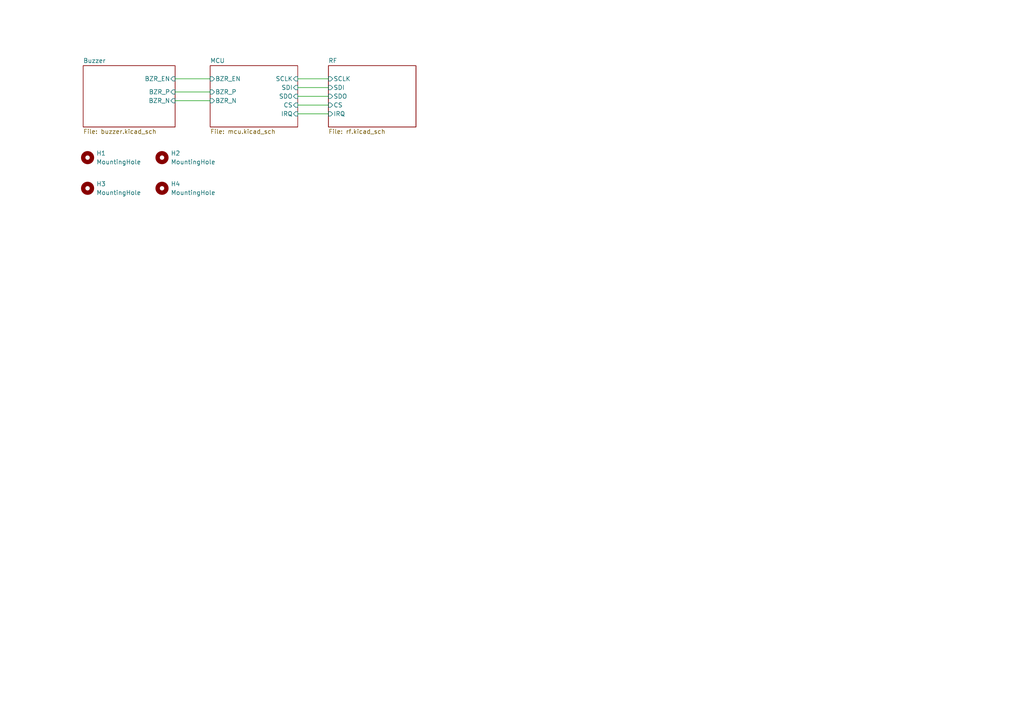
<source format=kicad_sch>
(kicad_sch (version 20250114) (generator "eeschema") (generator_version "9.0")
  (paper "A4")
  (title_block (title "Gateway") (date "2025-09-30") (rev "RAV0.0") (company "NPX4U"))
  (lib_symbols
    (symbol "Mechanical:MountingHole" (pin_names (offset 1.016)) (exclude_from_sim yes) (in_bom no)
      (property "Reference" "H" (at 0 5.08 0))
      (property "Value" "MountingHole" (at 0 3.175 0))
      (symbol "MountingHole_0_1"
        (circle (center 0 0) (radius 1.27) (stroke (width 1.27)))
      )
    )
  )
  (wire (pts (xy 86.36 27.94) (xy 95.25 27.94)))
  (wire (pts (xy 50.8 29.21) (xy 60.96 29.21)))
  (wire (pts (xy 86.36 22.86) (xy 95.25 22.86)))
  (wire (pts (xy 86.36 33.02) (xy 95.25 33.02)))
  (wire (pts (xy 86.36 30.48) (xy 95.25 30.48)))
  (wire (pts (xy 50.8 22.86) (xy 60.96 22.86)))
  (wire (pts (xy 50.8 26.67) (xy 60.96 26.67)))
  (wire (pts (xy 86.36 25.4) (xy 95.25 25.4)))
  (symbol (lib_id "Mechanical:MountingHole") (at 25.4 54.61 0) (unit 1) (exclude_from_sim yes) (in_bom no)
    (property "Reference" "H3" (at 27.94 53.3399 0) (effects (justify left)))
    (property "Value" "MountingHole" (at 27.94 55.8799 0) (effects (justify left)))
    (property "Footprint" "MountingHole:MountingHole_2.5mm" (effects (hide yes)))
    (property "Description" "Mounting Hole without connection" (effects (hide yes)))
  )
  (symbol (lib_id "Mechanical:MountingHole") (at 25.4 45.72 0) (unit 1) (exclude_from_sim yes) (in_bom no)
    (property "Reference" "H1" (at 27.94 44.4499 0) (effects (justify left)))
    (property "Value" "MountingHole" (at 27.94 46.9899 0) (effects (justify left)))
    (property "Footprint" "MountingHole:MountingHole_2.5mm" (effects (hide yes)))
    (property "Description" "Mounting Hole without connection" (effects (hide yes)))
  )
  (symbol (lib_id "Mechanical:MountingHole") (at 46.99 45.72 0) (unit 1) (exclude_from_sim yes) (in_bom no)
    (property "Reference" "H2" (at 49.53 44.4499 0) (effects (justify left)))
    (property "Value" "MountingHole" (at 49.53 46.9899 0) (effects (justify left)))
    (property "Footprint" "MountingHole:MountingHole_2.5mm" (effects (hide yes)))
    (property "Description" "Mounting Hole without connection" (effects (hide yes)))
  )
  (symbol (lib_id "Mechanical:MountingHole") (at 46.99 54.61 0) (unit 1) (exclude_from_sim yes) (in_bom no)
    (property "Reference" "H4" (at 49.53 53.3399 0) (effects (justify left)))
    (property "Value" "MountingHole" (at 49.53 55.8799 0) (effects (justify left)))
    (property "Footprint" "MountingHole:MountingHole_2.5mm" (effects (hide yes)))
    (property "Description" "Mounting Hole without connection" (effects (hide yes)))
  )
  (sheet (at 95.25 19.05) (size 25.4 17.78) (stroke (width 0.1524))
    (property "Sheetname" "RF" (at 95.25 18.3384 0) (effects (justify left bottom)))
    (property "Sheetfile" "rf.kicad_sch" (at 95.25 37.4146 0) (effects (justify left top)))
    (pin "CS" input (at 95.25 30.48 180))
    (pin "SCLK" input (at 95.25 22.86 180))
    (pin "SDI" input (at 95.25 25.4 180))
    (pin "SDO" input (at 95.25 27.94 180))
    (pin "IRQ" input (at 95.25 33.02 180))
  )
  (sheet (at 60.96 19.05) (size 25.4 17.78) (stroke (width 0.1524))
    (property "Sheetname" "MCU" (at 60.96 18.3384 0) (effects (justify left bottom)))
    (property "Sheetfile" "mcu.kicad_sch" (at 60.96 37.4146 0) (effects (justify left top)))
    (pin "BZR_EN" input (at 60.96 22.86 180))
    (pin "BZR_N" input (at 60.96 29.21 180))
    (pin "BZR_P" input (at 60.96 26.67 180))
    (pin "CS" input (at 86.36 30.48 0))
    (pin "SCLK" input (at 86.36 22.86 0))
    (pin "SDI" input (at 86.36 25.4 0))
    (pin "SDO" input (at 86.36 27.94 0))
    (pin "IRQ" input (at 86.36 33.02 0))
  )
  (sheet (at 24.13 19.05) (size 26.67 17.78) (stroke (width 0.1524))
    (property "Sheetname" "Buzzer" (at 24.13 18.3384 0) (effects (justify left bottom)))
    (property "Sheetfile" "buzzer.kicad_sch" (at 24.13 37.4146 0) (effects (justify left top)))
    (pin "BZR_EN" input (at 50.8 22.86 0))
    (pin "BZR_N" input (at 50.8 29.21 0))
    (pin "BZR_P" input (at 50.8 26.67 0))
  )
)
</source>
